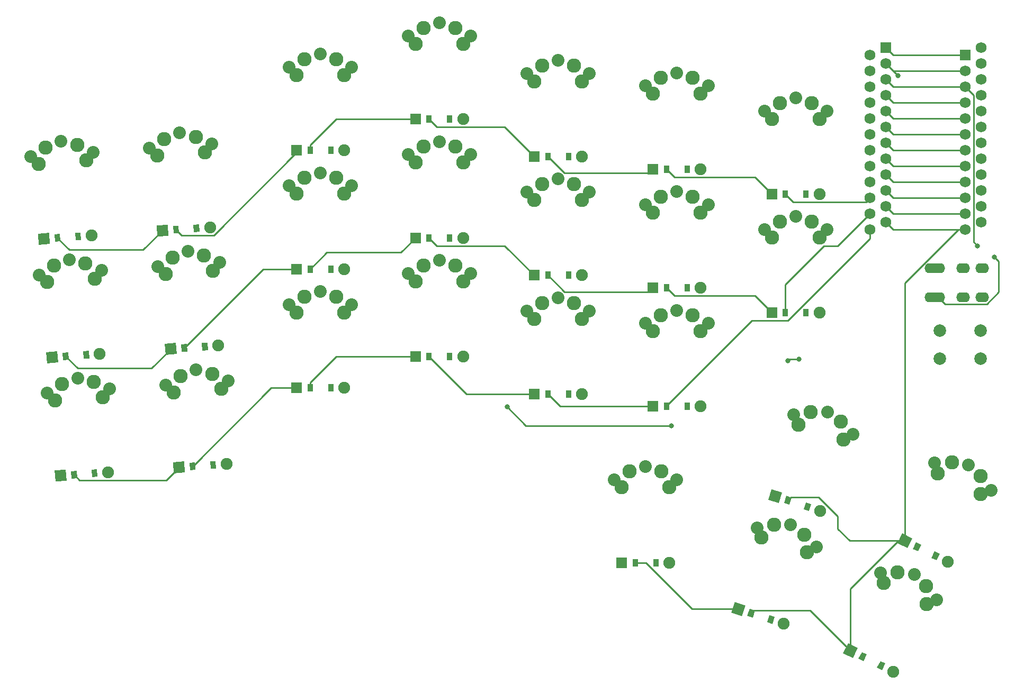
<source format=gbr>
%TF.GenerationSoftware,KiCad,Pcbnew,5.1.12-1.fc35*%
%TF.CreationDate,2022-03-13T18:33:39-07:00*%
%TF.ProjectId,jackalope_split,6a61636b-616c-46f7-9065-5f73706c6974,v1.0.0*%
%TF.SameCoordinates,Original*%
%TF.FileFunction,Copper,L2,Bot*%
%TF.FilePolarity,Positive*%
%FSLAX46Y46*%
G04 Gerber Fmt 4.6, Leading zero omitted, Abs format (unit mm)*
G04 Created by KiCad (PCBNEW 5.1.12-1.fc35) date 2022-03-13 18:33:39*
%MOMM*%
%LPD*%
G01*
G04 APERTURE LIST*
%TA.AperFunction,ComponentPad*%
%ADD10C,2.000000*%
%TD*%
%TA.AperFunction,ComponentPad*%
%ADD11C,2.286000*%
%TD*%
%TA.AperFunction,ComponentPad*%
%ADD12C,2.032000*%
%TD*%
%TA.AperFunction,SMDPad,CuDef*%
%ADD13C,0.100000*%
%TD*%
%TA.AperFunction,ComponentPad*%
%ADD14C,1.905000*%
%TD*%
%TA.AperFunction,ComponentPad*%
%ADD15C,0.100000*%
%TD*%
%TA.AperFunction,SMDPad,CuDef*%
%ADD16R,0.900000X1.200000*%
%TD*%
%TA.AperFunction,ComponentPad*%
%ADD17R,1.778000X1.778000*%
%TD*%
%TA.AperFunction,ComponentPad*%
%ADD18R,1.752600X1.752600*%
%TD*%
%TA.AperFunction,ComponentPad*%
%ADD19C,1.752600*%
%TD*%
%TA.AperFunction,ComponentPad*%
%ADD20O,2.200000X1.600000*%
%TD*%
%TA.AperFunction,ViaPad*%
%ADD21C,0.800000*%
%TD*%
%TA.AperFunction,Conductor*%
%ADD22C,0.250000*%
%TD*%
G04 APERTURE END LIST*
D10*
%TO.P,RESET,1*%
%TO.N,GND*%
X144000000Y13500000D03*
%TO.P,RESET,2*%
%TO.N,N/C*%
X144000000Y9000000D03*
%TO.P,RESET,1*%
%TO.N,RST*%
X137500000Y13500000D03*
%TO.P,RESET,2*%
%TO.N,N/C*%
X137500000Y9000000D03*
%TD*%
D11*
%TO.P,S1,1*%
%TO.N,outer_bottom*%
X2179450Y5244807D03*
%TO.P,S1,2*%
%TO.N,P1*%
X-3977900Y2268041D03*
%TO.P,S1,1*%
%TO.N,outer_bottom*%
X-2888176Y4890444D03*
%TO.P,S1,2*%
%TO.N,P1*%
X3623538Y2799585D03*
%TD*%
D12*
%TO.P,S2,1*%
%TO.N,outer_bottom*%
X4722746Y4139526D03*
%TO.P,S2,2*%
%TO.N,P1*%
X-411563Y5885628D03*
%TO.P,S2,1*%
%TO.N,outer_bottom*%
X-5252895Y3441961D03*
%TO.P,S2,2*%
%TO.N,P1*%
X-411563Y5885628D03*
%TD*%
%TA.AperFunction,SMDPad,CuDef*%
D13*
%TO.P,D1,2*%
%TO.N,outer_bottom*%
G36*
X1901618Y-9991690D02*
G01*
X1817910Y-8794613D01*
X2715718Y-8731832D01*
X2799426Y-9928909D01*
X1901618Y-9991690D01*
G37*
%TD.AperFunction*%
%TA.AperFunction,SMDPad,CuDef*%
%TO.P,D1,1*%
%TO.N,P9*%
G36*
X-1390344Y-10221886D02*
G01*
X-1474052Y-9024809D01*
X-576244Y-8962028D01*
X-492536Y-10159105D01*
X-1390344Y-10221886D01*
G37*
%TD.AperFunction*%
D14*
%TO.N,outer_bottom*%
X4463406Y-9211087D03*
%TA.AperFunction,ComponentPad*%
D15*
%TO.P,D1,2*%
%TO.N,P9*%
G36*
X-3962853Y-10691479D02*
G01*
X-4086880Y-8917810D01*
X-2313211Y-8793783D01*
X-2189184Y-10567452D01*
X-3962853Y-10691479D01*
G37*
%TD.AperFunction*%
%TD*%
D11*
%TO.P,S3,1*%
%TO.N,outer_home*%
X854077Y24198524D03*
%TO.P,S3,2*%
%TO.N,P1*%
X-5303273Y21221758D03*
%TO.P,S3,1*%
%TO.N,outer_home*%
X-4213549Y23844161D03*
%TO.P,S3,2*%
%TO.N,P1*%
X2298165Y21753302D03*
%TD*%
D12*
%TO.P,S4,1*%
%TO.N,outer_home*%
X3397373Y23093243D03*
%TO.P,S4,2*%
%TO.N,P1*%
X-1736936Y24839345D03*
%TO.P,S4,1*%
%TO.N,outer_home*%
X-6578268Y22395678D03*
%TO.P,S4,2*%
%TO.N,P1*%
X-1736936Y24839345D03*
%TD*%
%TA.AperFunction,SMDPad,CuDef*%
D13*
%TO.P,D2,2*%
%TO.N,outer_home*%
G36*
X576244Y8962028D02*
G01*
X492536Y10159105D01*
X1390344Y10221886D01*
X1474052Y9024809D01*
X576244Y8962028D01*
G37*
%TD.AperFunction*%
%TA.AperFunction,SMDPad,CuDef*%
%TO.P,D2,1*%
%TO.N,P8*%
G36*
X-2715718Y8731832D02*
G01*
X-2799426Y9928909D01*
X-1901618Y9991690D01*
X-1817910Y8794613D01*
X-2715718Y8731832D01*
G37*
%TD.AperFunction*%
D14*
%TO.N,outer_home*%
X3138032Y9742631D03*
%TA.AperFunction,ComponentPad*%
D15*
%TO.P,D2,2*%
%TO.N,P8*%
G36*
X-5288227Y8262239D02*
G01*
X-5412254Y10035908D01*
X-3638585Y10159935D01*
X-3514558Y8386266D01*
X-5288227Y8262239D01*
G37*
%TD.AperFunction*%
%TD*%
D11*
%TO.P,S5,1*%
%TO.N,outer_top*%
X-471296Y43152241D03*
%TO.P,S5,2*%
%TO.N,P1*%
X-6628646Y40175475D03*
%TO.P,S5,1*%
%TO.N,outer_top*%
X-5538922Y42797878D03*
%TO.P,S5,2*%
%TO.N,P1*%
X972792Y40707019D03*
%TD*%
D12*
%TO.P,S6,1*%
%TO.N,outer_top*%
X2072000Y42046960D03*
%TO.P,S6,2*%
%TO.N,P1*%
X-3062309Y43793062D03*
%TO.P,S6,1*%
%TO.N,outer_top*%
X-7903641Y41349395D03*
%TO.P,S6,2*%
%TO.N,P1*%
X-3062309Y43793062D03*
%TD*%
%TA.AperFunction,SMDPad,CuDef*%
D13*
%TO.P,D3,2*%
%TO.N,outer_top*%
G36*
X-749128Y27915744D02*
G01*
X-832836Y29112821D01*
X64972Y29175602D01*
X148680Y27978525D01*
X-749128Y27915744D01*
G37*
%TD.AperFunction*%
%TA.AperFunction,SMDPad,CuDef*%
%TO.P,D3,1*%
%TO.N,P7*%
G36*
X-4041090Y27685548D02*
G01*
X-4124798Y28882625D01*
X-3226990Y28945406D01*
X-3143282Y27748329D01*
X-4041090Y27685548D01*
G37*
%TD.AperFunction*%
D14*
%TO.N,outer_top*%
X1812660Y28696347D03*
%TA.AperFunction,ComponentPad*%
D15*
%TO.P,D3,2*%
%TO.N,P7*%
G36*
X-6613599Y27215955D02*
G01*
X-6737626Y28989624D01*
X-4963957Y29113651D01*
X-4839930Y27339982D01*
X-6613599Y27215955D01*
G37*
%TD.AperFunction*%
%TD*%
D11*
%TO.P,S7,1*%
%TO.N,pinky_bottom*%
X21133167Y6570180D03*
%TO.P,S7,2*%
%TO.N,P0*%
X14975817Y3593414D03*
%TO.P,S7,1*%
%TO.N,pinky_bottom*%
X16065541Y6215817D03*
%TO.P,S7,2*%
%TO.N,P0*%
X22577255Y4124958D03*
%TD*%
D12*
%TO.P,S8,1*%
%TO.N,pinky_bottom*%
X23676463Y5464899D03*
%TO.P,S8,2*%
%TO.N,P0*%
X18542154Y7211001D03*
%TO.P,S8,1*%
%TO.N,pinky_bottom*%
X13700822Y4767334D03*
%TO.P,S8,2*%
%TO.N,P0*%
X18542154Y7211001D03*
%TD*%
%TA.AperFunction,SMDPad,CuDef*%
D13*
%TO.P,D4,2*%
%TO.N,pinky_bottom*%
G36*
X20855335Y-8666317D02*
G01*
X20771627Y-7469240D01*
X21669435Y-7406459D01*
X21753143Y-8603536D01*
X20855335Y-8666317D01*
G37*
%TD.AperFunction*%
%TA.AperFunction,SMDPad,CuDef*%
%TO.P,D4,1*%
%TO.N,P9*%
G36*
X17563373Y-8896513D02*
G01*
X17479665Y-7699436D01*
X18377473Y-7636655D01*
X18461181Y-8833732D01*
X17563373Y-8896513D01*
G37*
%TD.AperFunction*%
D14*
%TO.N,pinky_bottom*%
X23417123Y-7885714D03*
%TA.AperFunction,ComponentPad*%
D15*
%TO.P,D4,2*%
%TO.N,P9*%
G36*
X14990864Y-9366106D02*
G01*
X14866837Y-7592437D01*
X16640506Y-7468410D01*
X16764533Y-9242079D01*
X14990864Y-9366106D01*
G37*
%TD.AperFunction*%
%TD*%
D11*
%TO.P,S9,1*%
%TO.N,pinky_home*%
X19807794Y25523897D03*
%TO.P,S9,2*%
%TO.N,P0*%
X13650444Y22547131D03*
%TO.P,S9,1*%
%TO.N,pinky_home*%
X14740168Y25169534D03*
%TO.P,S9,2*%
%TO.N,P0*%
X21251882Y23078675D03*
%TD*%
D12*
%TO.P,S10,1*%
%TO.N,pinky_home*%
X22351090Y24418616D03*
%TO.P,S10,2*%
%TO.N,P0*%
X17216781Y26164718D03*
%TO.P,S10,1*%
%TO.N,pinky_home*%
X12375449Y23721051D03*
%TO.P,S10,2*%
%TO.N,P0*%
X17216781Y26164718D03*
%TD*%
%TA.AperFunction,SMDPad,CuDef*%
D13*
%TO.P,D5,2*%
%TO.N,pinky_home*%
G36*
X19529961Y10287401D02*
G01*
X19446253Y11484478D01*
X20344061Y11547259D01*
X20427769Y10350182D01*
X19529961Y10287401D01*
G37*
%TD.AperFunction*%
%TA.AperFunction,SMDPad,CuDef*%
%TO.P,D5,1*%
%TO.N,P8*%
G36*
X16237999Y10057205D02*
G01*
X16154291Y11254282D01*
X17052099Y11317063D01*
X17135807Y10119986D01*
X16237999Y10057205D01*
G37*
%TD.AperFunction*%
D14*
%TO.N,pinky_home*%
X22091749Y11068004D03*
%TA.AperFunction,ComponentPad*%
D15*
%TO.P,D5,2*%
%TO.N,P8*%
G36*
X13665490Y9587612D02*
G01*
X13541463Y11361281D01*
X15315132Y11485308D01*
X15439159Y9711639D01*
X13665490Y9587612D01*
G37*
%TD.AperFunction*%
%TD*%
D11*
%TO.P,S11,1*%
%TO.N,pinky_top*%
X18482421Y44477614D03*
%TO.P,S11,2*%
%TO.N,P0*%
X12325071Y41500848D03*
%TO.P,S11,1*%
%TO.N,pinky_top*%
X13414795Y44123251D03*
%TO.P,S11,2*%
%TO.N,P0*%
X19926509Y42032392D03*
%TD*%
D12*
%TO.P,S12,1*%
%TO.N,pinky_top*%
X21025717Y43372333D03*
%TO.P,S12,2*%
%TO.N,P0*%
X15891408Y45118435D03*
%TO.P,S12,1*%
%TO.N,pinky_top*%
X11050076Y42674768D03*
%TO.P,S12,2*%
%TO.N,P0*%
X15891408Y45118435D03*
%TD*%
%TA.AperFunction,SMDPad,CuDef*%
D13*
%TO.P,D6,2*%
%TO.N,pinky_top*%
G36*
X18204588Y29241117D02*
G01*
X18120880Y30438194D01*
X19018688Y30500975D01*
X19102396Y29303898D01*
X18204588Y29241117D01*
G37*
%TD.AperFunction*%
%TA.AperFunction,SMDPad,CuDef*%
%TO.P,D6,1*%
%TO.N,P7*%
G36*
X14912626Y29010921D02*
G01*
X14828918Y30207998D01*
X15726726Y30270779D01*
X15810434Y29073702D01*
X14912626Y29010921D01*
G37*
%TD.AperFunction*%
D14*
%TO.N,pinky_top*%
X20766376Y30021720D03*
%TA.AperFunction,ComponentPad*%
D15*
%TO.P,D6,2*%
%TO.N,P7*%
G36*
X12340117Y28541328D02*
G01*
X12216090Y30314997D01*
X13989759Y30439024D01*
X14113786Y28665355D01*
X12340117Y28541328D01*
G37*
%TD.AperFunction*%
%TD*%
D11*
%TO.P,S13,1*%
%TO.N,ring_bottom*%
X40964961Y18910720D03*
%TO.P,S13,2*%
%TO.N,P2*%
X34614961Y16370720D03*
%TO.P,S13,1*%
%TO.N,ring_bottom*%
X35884961Y18910720D03*
%TO.P,S13,2*%
%TO.N,P2*%
X42234961Y16370720D03*
%TD*%
D12*
%TO.P,S14,1*%
%TO.N,ring_bottom*%
X43424961Y17630720D03*
%TO.P,S14,2*%
%TO.N,P2*%
X38424961Y19730720D03*
%TO.P,S14,1*%
%TO.N,ring_bottom*%
X33424961Y17630720D03*
%TO.P,S14,2*%
%TO.N,P2*%
X38424961Y19730720D03*
%TD*%
D16*
%TO.P,D7,2*%
%TO.N,ring_bottom*%
X40074961Y4330720D03*
%TO.P,D7,1*%
%TO.N,P9*%
X36774961Y4330720D03*
D14*
%TO.N,ring_bottom*%
X42234961Y4330720D03*
D17*
%TO.P,D7,2*%
%TO.N,P9*%
X34614961Y4330720D03*
%TD*%
D11*
%TO.P,S15,1*%
%TO.N,ring_home*%
X40964961Y37910720D03*
%TO.P,S15,2*%
%TO.N,P2*%
X34614961Y35370720D03*
%TO.P,S15,1*%
%TO.N,ring_home*%
X35884961Y37910720D03*
%TO.P,S15,2*%
%TO.N,P2*%
X42234961Y35370720D03*
%TD*%
D12*
%TO.P,S16,1*%
%TO.N,ring_home*%
X43424961Y36630720D03*
%TO.P,S16,2*%
%TO.N,P2*%
X38424961Y38730720D03*
%TO.P,S16,1*%
%TO.N,ring_home*%
X33424961Y36630720D03*
%TO.P,S16,2*%
%TO.N,P2*%
X38424961Y38730720D03*
%TD*%
D16*
%TO.P,D8,2*%
%TO.N,ring_home*%
X40074961Y23330720D03*
%TO.P,D8,1*%
%TO.N,P8*%
X36774961Y23330720D03*
D14*
%TO.N,ring_home*%
X42234961Y23330720D03*
D17*
%TO.P,D8,2*%
%TO.N,P8*%
X34614961Y23330720D03*
%TD*%
D11*
%TO.P,S17,1*%
%TO.N,ring_top*%
X40964961Y56910720D03*
%TO.P,S17,2*%
%TO.N,P2*%
X34614961Y54370720D03*
%TO.P,S17,1*%
%TO.N,ring_top*%
X35884961Y56910720D03*
%TO.P,S17,2*%
%TO.N,P2*%
X42234961Y54370720D03*
%TD*%
D12*
%TO.P,S18,1*%
%TO.N,ring_top*%
X43424961Y55630720D03*
%TO.P,S18,2*%
%TO.N,P2*%
X38424961Y57730720D03*
%TO.P,S18,1*%
%TO.N,ring_top*%
X33424961Y55630720D03*
%TO.P,S18,2*%
%TO.N,P2*%
X38424961Y57730720D03*
%TD*%
D16*
%TO.P,D9,2*%
%TO.N,ring_top*%
X40074961Y42330720D03*
%TO.P,D9,1*%
%TO.N,P7*%
X36774961Y42330720D03*
D14*
%TO.N,ring_top*%
X42234961Y42330720D03*
D17*
%TO.P,D9,2*%
%TO.N,P7*%
X34614961Y42330720D03*
%TD*%
D11*
%TO.P,S19,1*%
%TO.N,middle_bottom*%
X59964961Y23910720D03*
%TO.P,S19,2*%
%TO.N,P3*%
X53614961Y21370720D03*
%TO.P,S19,1*%
%TO.N,middle_bottom*%
X54884961Y23910720D03*
%TO.P,S19,2*%
%TO.N,P3*%
X61234961Y21370720D03*
%TD*%
D12*
%TO.P,S20,1*%
%TO.N,middle_bottom*%
X62424961Y22630720D03*
%TO.P,S20,2*%
%TO.N,P3*%
X57424961Y24730720D03*
%TO.P,S20,1*%
%TO.N,middle_bottom*%
X52424961Y22630720D03*
%TO.P,S20,2*%
%TO.N,P3*%
X57424961Y24730720D03*
%TD*%
D16*
%TO.P,D10,2*%
%TO.N,middle_bottom*%
X59074961Y9330720D03*
%TO.P,D10,1*%
%TO.N,P9*%
X55774961Y9330720D03*
D14*
%TO.N,middle_bottom*%
X61234961Y9330720D03*
D17*
%TO.P,D10,2*%
%TO.N,P9*%
X53614961Y9330720D03*
%TD*%
D11*
%TO.P,S21,1*%
%TO.N,middle_home*%
X59964961Y42910720D03*
%TO.P,S21,2*%
%TO.N,P3*%
X53614961Y40370720D03*
%TO.P,S21,1*%
%TO.N,middle_home*%
X54884961Y42910720D03*
%TO.P,S21,2*%
%TO.N,P3*%
X61234961Y40370720D03*
%TD*%
D12*
%TO.P,S22,1*%
%TO.N,middle_home*%
X62424961Y41630720D03*
%TO.P,S22,2*%
%TO.N,P3*%
X57424961Y43730720D03*
%TO.P,S22,1*%
%TO.N,middle_home*%
X52424961Y41630720D03*
%TO.P,S22,2*%
%TO.N,P3*%
X57424961Y43730720D03*
%TD*%
D16*
%TO.P,D11,2*%
%TO.N,middle_home*%
X59074961Y28330720D03*
%TO.P,D11,1*%
%TO.N,P8*%
X55774961Y28330720D03*
D14*
%TO.N,middle_home*%
X61234961Y28330720D03*
D17*
%TO.P,D11,2*%
%TO.N,P8*%
X53614961Y28330720D03*
%TD*%
D11*
%TO.P,S23,1*%
%TO.N,middle_top*%
X59964961Y61910720D03*
%TO.P,S23,2*%
%TO.N,P3*%
X53614961Y59370720D03*
%TO.P,S23,1*%
%TO.N,middle_top*%
X54884961Y61910720D03*
%TO.P,S23,2*%
%TO.N,P3*%
X61234961Y59370720D03*
%TD*%
D12*
%TO.P,S24,1*%
%TO.N,middle_top*%
X62424961Y60630720D03*
%TO.P,S24,2*%
%TO.N,P3*%
X57424961Y62730720D03*
%TO.P,S24,1*%
%TO.N,middle_top*%
X52424961Y60630720D03*
%TO.P,S24,2*%
%TO.N,P3*%
X57424961Y62730720D03*
%TD*%
D16*
%TO.P,D12,2*%
%TO.N,middle_top*%
X59074961Y47330720D03*
%TO.P,D12,1*%
%TO.N,P7*%
X55774961Y47330720D03*
D14*
%TO.N,middle_top*%
X61234961Y47330720D03*
D17*
%TO.P,D12,2*%
%TO.N,P7*%
X53614961Y47330720D03*
%TD*%
D11*
%TO.P,S25,1*%
%TO.N,index_bottom*%
X78964961Y17910720D03*
%TO.P,S25,2*%
%TO.N,P4*%
X72614961Y15370720D03*
%TO.P,S25,1*%
%TO.N,index_bottom*%
X73884961Y17910720D03*
%TO.P,S25,2*%
%TO.N,P4*%
X80234961Y15370720D03*
%TD*%
D12*
%TO.P,S26,1*%
%TO.N,index_bottom*%
X81424961Y16630720D03*
%TO.P,S26,2*%
%TO.N,P4*%
X76424961Y18730720D03*
%TO.P,S26,1*%
%TO.N,index_bottom*%
X71424961Y16630720D03*
%TO.P,S26,2*%
%TO.N,P4*%
X76424961Y18730720D03*
%TD*%
D16*
%TO.P,D13,2*%
%TO.N,index_bottom*%
X78074961Y3330720D03*
%TO.P,D13,1*%
%TO.N,P9*%
X74774961Y3330720D03*
D14*
%TO.N,index_bottom*%
X80234961Y3330720D03*
D17*
%TO.P,D13,2*%
%TO.N,P9*%
X72614961Y3330720D03*
%TD*%
D11*
%TO.P,S27,1*%
%TO.N,index_home*%
X78964961Y36910720D03*
%TO.P,S27,2*%
%TO.N,P4*%
X72614961Y34370720D03*
%TO.P,S27,1*%
%TO.N,index_home*%
X73884961Y36910720D03*
%TO.P,S27,2*%
%TO.N,P4*%
X80234961Y34370720D03*
%TD*%
D12*
%TO.P,S28,1*%
%TO.N,index_home*%
X81424961Y35630720D03*
%TO.P,S28,2*%
%TO.N,P4*%
X76424961Y37730720D03*
%TO.P,S28,1*%
%TO.N,index_home*%
X71424961Y35630720D03*
%TO.P,S28,2*%
%TO.N,P4*%
X76424961Y37730720D03*
%TD*%
D16*
%TO.P,D14,2*%
%TO.N,index_home*%
X78074961Y22330720D03*
%TO.P,D14,1*%
%TO.N,P8*%
X74774961Y22330720D03*
D14*
%TO.N,index_home*%
X80234961Y22330720D03*
D17*
%TO.P,D14,2*%
%TO.N,P8*%
X72614961Y22330720D03*
%TD*%
D11*
%TO.P,S29,1*%
%TO.N,index_top*%
X78964961Y55910720D03*
%TO.P,S29,2*%
%TO.N,P4*%
X72614961Y53370720D03*
%TO.P,S29,1*%
%TO.N,index_top*%
X73884961Y55910720D03*
%TO.P,S29,2*%
%TO.N,P4*%
X80234961Y53370720D03*
%TD*%
D12*
%TO.P,S30,1*%
%TO.N,index_top*%
X81424961Y54630720D03*
%TO.P,S30,2*%
%TO.N,P4*%
X76424961Y56730720D03*
%TO.P,S30,1*%
%TO.N,index_top*%
X71424961Y54630720D03*
%TO.P,S30,2*%
%TO.N,P4*%
X76424961Y56730720D03*
%TD*%
D16*
%TO.P,D15,2*%
%TO.N,index_top*%
X78074961Y41330720D03*
%TO.P,D15,1*%
%TO.N,P7*%
X74774961Y41330720D03*
D14*
%TO.N,index_top*%
X80234961Y41330720D03*
D17*
%TO.P,D15,2*%
%TO.N,P7*%
X72614961Y41330720D03*
%TD*%
D11*
%TO.P,S31,1*%
%TO.N,inner_bottom*%
X97964961Y15910720D03*
%TO.P,S31,2*%
%TO.N,P5*%
X91614961Y13370720D03*
%TO.P,S31,1*%
%TO.N,inner_bottom*%
X92884961Y15910720D03*
%TO.P,S31,2*%
%TO.N,P5*%
X99234961Y13370720D03*
%TD*%
D12*
%TO.P,S32,1*%
%TO.N,inner_bottom*%
X100424961Y14630720D03*
%TO.P,S32,2*%
%TO.N,P5*%
X95424961Y16730720D03*
%TO.P,S32,1*%
%TO.N,inner_bottom*%
X90424961Y14630720D03*
%TO.P,S32,2*%
%TO.N,P5*%
X95424961Y16730720D03*
%TD*%
D16*
%TO.P,D16,2*%
%TO.N,inner_bottom*%
X97074961Y1330720D03*
%TO.P,D16,1*%
%TO.N,P9*%
X93774961Y1330720D03*
D14*
%TO.N,inner_bottom*%
X99234961Y1330720D03*
D17*
%TO.P,D16,2*%
%TO.N,P9*%
X91614961Y1330720D03*
%TD*%
D11*
%TO.P,S33,1*%
%TO.N,inner_home*%
X97964961Y34910720D03*
%TO.P,S33,2*%
%TO.N,P5*%
X91614961Y32370720D03*
%TO.P,S33,1*%
%TO.N,inner_home*%
X92884961Y34910720D03*
%TO.P,S33,2*%
%TO.N,P5*%
X99234961Y32370720D03*
%TD*%
D12*
%TO.P,S34,1*%
%TO.N,inner_home*%
X100424961Y33630720D03*
%TO.P,S34,2*%
%TO.N,P5*%
X95424961Y35730720D03*
%TO.P,S34,1*%
%TO.N,inner_home*%
X90424961Y33630720D03*
%TO.P,S34,2*%
%TO.N,P5*%
X95424961Y35730720D03*
%TD*%
D16*
%TO.P,D17,2*%
%TO.N,inner_home*%
X97074961Y20330720D03*
%TO.P,D17,1*%
%TO.N,P8*%
X93774961Y20330720D03*
D14*
%TO.N,inner_home*%
X99234961Y20330720D03*
D17*
%TO.P,D17,2*%
%TO.N,P8*%
X91614961Y20330720D03*
%TD*%
D11*
%TO.P,S35,1*%
%TO.N,inner_top*%
X97964961Y53910720D03*
%TO.P,S35,2*%
%TO.N,P5*%
X91614961Y51370720D03*
%TO.P,S35,1*%
%TO.N,inner_top*%
X92884961Y53910720D03*
%TO.P,S35,2*%
%TO.N,P5*%
X99234961Y51370720D03*
%TD*%
D12*
%TO.P,S36,1*%
%TO.N,inner_top*%
X100424961Y52630720D03*
%TO.P,S36,2*%
%TO.N,P5*%
X95424961Y54730720D03*
%TO.P,S36,1*%
%TO.N,inner_top*%
X90424961Y52630720D03*
%TO.P,S36,2*%
%TO.N,P5*%
X95424961Y54730720D03*
%TD*%
D16*
%TO.P,D18,2*%
%TO.N,inner_top*%
X97074961Y39330720D03*
%TO.P,D18,1*%
%TO.N,P7*%
X93774961Y39330720D03*
D14*
%TO.N,inner_top*%
X99234961Y39330720D03*
D17*
%TO.P,D18,2*%
%TO.N,P7*%
X91614961Y39330720D03*
%TD*%
D11*
%TO.P,S37,1*%
%TO.N,macro_home*%
X116964961Y30910720D03*
%TO.P,S37,2*%
%TO.N,P6*%
X110614961Y28370720D03*
%TO.P,S37,1*%
%TO.N,macro_home*%
X111884961Y30910720D03*
%TO.P,S37,2*%
%TO.N,P6*%
X118234961Y28370720D03*
%TD*%
D12*
%TO.P,S38,1*%
%TO.N,macro_home*%
X119424961Y29630720D03*
%TO.P,S38,2*%
%TO.N,P6*%
X114424961Y31730720D03*
%TO.P,S38,1*%
%TO.N,macro_home*%
X109424961Y29630720D03*
%TO.P,S38,2*%
%TO.N,P6*%
X114424961Y31730720D03*
%TD*%
D16*
%TO.P,D19,2*%
%TO.N,macro_home*%
X116074961Y16330720D03*
%TO.P,D19,1*%
%TO.N,P8*%
X112774961Y16330720D03*
D14*
%TO.N,macro_home*%
X118234961Y16330720D03*
D17*
%TO.P,D19,2*%
%TO.N,P8*%
X110614961Y16330720D03*
%TD*%
D11*
%TO.P,S39,1*%
%TO.N,macro_top*%
X116964961Y49910720D03*
%TO.P,S39,2*%
%TO.N,P6*%
X110614961Y47370720D03*
%TO.P,S39,1*%
%TO.N,macro_top*%
X111884961Y49910720D03*
%TO.P,S39,2*%
%TO.N,P6*%
X118234961Y47370720D03*
%TD*%
D12*
%TO.P,S40,1*%
%TO.N,macro_top*%
X119424961Y48630720D03*
%TO.P,S40,2*%
%TO.N,P6*%
X114424961Y50730720D03*
%TO.P,S40,1*%
%TO.N,macro_top*%
X109424961Y48630720D03*
%TO.P,S40,2*%
%TO.N,P6*%
X114424961Y50730720D03*
%TD*%
D16*
%TO.P,D20,2*%
%TO.N,macro_top*%
X116074961Y35330720D03*
%TO.P,D20,1*%
%TO.N,P7*%
X112774961Y35330720D03*
D14*
%TO.N,macro_top*%
X118234961Y35330720D03*
D17*
%TO.P,D20,2*%
%TO.N,P7*%
X110614961Y35330720D03*
%TD*%
D11*
%TO.P,S41,1*%
%TO.N,inner_upper*%
X92964961Y-9089280D03*
%TO.P,S41,2*%
%TO.N,P2*%
X86614961Y-11629280D03*
%TO.P,S41,1*%
%TO.N,inner_upper*%
X87884961Y-9089280D03*
%TO.P,S41,2*%
%TO.N,P2*%
X94234961Y-11629280D03*
%TD*%
D12*
%TO.P,S42,1*%
%TO.N,inner_upper*%
X95424961Y-10369280D03*
%TO.P,S42,2*%
%TO.N,P2*%
X90424961Y-8269280D03*
%TO.P,S42,1*%
%TO.N,inner_upper*%
X85424961Y-10369280D03*
%TO.P,S42,2*%
%TO.N,P2*%
X90424961Y-8269280D03*
%TD*%
D16*
%TO.P,D21,2*%
%TO.N,inner_upper*%
X92074961Y-23669280D03*
%TO.P,D21,1*%
%TO.N,P10*%
X88774961Y-23669280D03*
D14*
%TO.N,inner_upper*%
X94234961Y-23669280D03*
D17*
%TO.P,D21,2*%
%TO.N,P10*%
X86614961Y-23669280D03*
%TD*%
D11*
%TO.P,S43,1*%
%TO.N,home_upper*%
X121660451Y-1122816D03*
%TO.P,S43,2*%
%TO.N,P3*%
X114836339Y-1576242D03*
%TO.P,S43,1*%
%TO.N,home_upper*%
X116829084Y446990D03*
%TO.P,S43,2*%
%TO.N,P3*%
X122083389Y-3930951D03*
%TD*%
D12*
%TO.P,S44,1*%
%TO.N,home_upper*%
X123604508Y-3100350D03*
%TO.P,S44,2*%
%TO.N,P3*%
X119498161Y441953D03*
%TO.P,S44,1*%
%TO.N,home_upper*%
X114093943Y-10180D03*
%TO.P,S44,2*%
%TO.N,P3*%
X119498161Y441953D03*
%TD*%
%TA.AperFunction,SMDPad,CuDef*%
D13*
%TO.P,D22,2*%
%TO.N,home_upper*%
G36*
X115695156Y-15145771D02*
G01*
X116065977Y-14004503D01*
X116921928Y-14282619D01*
X116551107Y-15423887D01*
X115695156Y-15145771D01*
G37*
%TD.AperFunction*%
%TA.AperFunction,SMDPad,CuDef*%
%TO.P,D22,1*%
%TO.N,P10*%
G36*
X112556670Y-14126015D02*
G01*
X112927491Y-12984747D01*
X113783442Y-13262863D01*
X113412621Y-14404131D01*
X112556670Y-14126015D01*
G37*
%TD.AperFunction*%
D14*
%TO.N,home_upper*%
X118362824Y-15381672D03*
%TA.AperFunction,ComponentPad*%
D15*
%TO.P,D22,2*%
%TO.N,P10*%
G36*
X109995569Y-13597735D02*
G01*
X110545001Y-11906757D01*
X112235979Y-12456189D01*
X111686547Y-14147167D01*
X109995569Y-13597735D01*
G37*
%TD.AperFunction*%
%TD*%
D11*
%TO.P,S45,1*%
%TO.N,outer_upper*%
X143987870Y-9852571D03*
%TO.P,S45,2*%
%TO.N,P5*%
X137167065Y-9351851D03*
%TO.P,S45,1*%
%TO.N,outer_upper*%
X139421997Y-7625646D03*
%TO.P,S45,2*%
%TO.N,P5*%
X144015876Y-12692239D03*
%TD*%
D12*
%TO.P,S46,1*%
%TO.N,outer_upper*%
X145637789Y-12081420D03*
%TO.P,S46,2*%
%TO.N,P5*%
X142064398Y-8002097D03*
%TO.P,S46,1*%
%TO.N,outer_upper*%
X136649848Y-7697709D03*
%TO.P,S46,2*%
%TO.N,P5*%
X142064398Y-8002097D03*
%TD*%
%TA.AperFunction,SMDPad,CuDef*%
D13*
%TO.P,D23,2*%
%TO.N,outer_upper*%
G36*
X136129012Y-22908846D02*
G01*
X136655057Y-21830294D01*
X137463972Y-22224828D01*
X136937927Y-23303380D01*
X136129012Y-22908846D01*
G37*
%TD.AperFunction*%
%TA.AperFunction,SMDPad,CuDef*%
%TO.P,D23,1*%
%TO.N,P10*%
G36*
X133162992Y-21462222D02*
G01*
X133689037Y-20383670D01*
X134497952Y-20778204D01*
X133971907Y-21856756D01*
X133162992Y-21462222D01*
G37*
%TD.AperFunction*%
D14*
%TO.N,outer_upper*%
X138737887Y-23513719D03*
%TA.AperFunction,ComponentPad*%
D15*
%TO.P,D23,2*%
%TO.N,P10*%
G36*
X130700337Y-20582647D02*
G01*
X131479761Y-18984591D01*
X133077817Y-19764015D01*
X132298393Y-21362071D01*
X130700337Y-20582647D01*
G37*
%TD.AperFunction*%
%TD*%
D11*
%TO.P,S47,1*%
%TO.N,home_lower*%
X115789128Y-19192890D03*
%TO.P,S47,2*%
%TO.N,P4*%
X108965016Y-19646316D03*
%TO.P,S47,1*%
%TO.N,home_lower*%
X110957761Y-17623084D03*
%TO.P,S47,2*%
%TO.N,P4*%
X116212066Y-22001025D03*
%TD*%
D12*
%TO.P,S48,1*%
%TO.N,home_lower*%
X117733185Y-21170424D03*
%TO.P,S48,2*%
%TO.N,P4*%
X113626838Y-17628121D03*
%TO.P,S48,1*%
%TO.N,home_lower*%
X108222620Y-18080254D03*
%TO.P,S48,2*%
%TO.N,P4*%
X113626838Y-17628121D03*
%TD*%
%TA.AperFunction,SMDPad,CuDef*%
D13*
%TO.P,D24,2*%
%TO.N,home_lower*%
G36*
X109823833Y-33215845D02*
G01*
X110194654Y-32074577D01*
X111050605Y-32352693D01*
X110679784Y-33493961D01*
X109823833Y-33215845D01*
G37*
%TD.AperFunction*%
%TA.AperFunction,SMDPad,CuDef*%
%TO.P,D24,1*%
%TO.N,P10*%
G36*
X106685347Y-32196089D02*
G01*
X107056168Y-31054821D01*
X107912119Y-31332937D01*
X107541298Y-32474205D01*
X106685347Y-32196089D01*
G37*
%TD.AperFunction*%
D14*
%TO.N,home_lower*%
X112491501Y-33451746D03*
%TA.AperFunction,ComponentPad*%
D15*
%TO.P,D24,2*%
%TO.N,P10*%
G36*
X104124246Y-31667809D02*
G01*
X104673678Y-29976831D01*
X106364656Y-30526263D01*
X105815224Y-32217241D01*
X104124246Y-31667809D01*
G37*
%TD.AperFunction*%
%TD*%
D11*
%TO.P,S49,1*%
%TO.N,outer_lower*%
X135289032Y-27434747D03*
%TO.P,S49,2*%
%TO.N,P6*%
X128468227Y-26934027D03*
%TO.P,S49,1*%
%TO.N,outer_lower*%
X130723159Y-25207822D03*
%TO.P,S49,2*%
%TO.N,P6*%
X135317038Y-30274415D03*
%TD*%
D12*
%TO.P,S50,1*%
%TO.N,outer_lower*%
X136938951Y-29663596D03*
%TO.P,S50,2*%
%TO.N,P6*%
X133365560Y-25584273D03*
%TO.P,S50,1*%
%TO.N,outer_lower*%
X127951010Y-25279885D03*
%TO.P,S50,2*%
%TO.N,P6*%
X133365560Y-25584273D03*
%TD*%
%TA.AperFunction,SMDPad,CuDef*%
D13*
%TO.P,D25,2*%
%TO.N,outer_lower*%
G36*
X127430174Y-40491022D02*
G01*
X127956219Y-39412470D01*
X128765134Y-39807004D01*
X128239089Y-40885556D01*
X127430174Y-40491022D01*
G37*
%TD.AperFunction*%
%TA.AperFunction,SMDPad,CuDef*%
%TO.P,D25,1*%
%TO.N,P10*%
G36*
X124464154Y-39044398D02*
G01*
X124990199Y-37965846D01*
X125799114Y-38360380D01*
X125273069Y-39438932D01*
X124464154Y-39044398D01*
G37*
%TD.AperFunction*%
D14*
%TO.N,outer_lower*%
X130039049Y-41095895D03*
%TA.AperFunction,ComponentPad*%
D15*
%TO.P,D25,2*%
%TO.N,P10*%
G36*
X122001499Y-38164823D02*
G01*
X122780923Y-36566767D01*
X124378979Y-37346191D01*
X123599555Y-38944247D01*
X122001499Y-38164823D01*
G37*
%TD.AperFunction*%
%TD*%
D18*
%TO.P,MCU1,1*%
%TO.N,RAW*%
X141544961Y57550720D03*
D19*
%TO.P,MCU1,2*%
%TO.N,GND*%
X141544961Y55010720D03*
%TO.P,MCU1,3*%
%TO.N,RST*%
X141544961Y52470720D03*
%TO.P,MCU1,4*%
%TO.N,VCC*%
X141544961Y49930720D03*
%TO.P,MCU1,5*%
%TO.N,P21*%
X141544961Y47390720D03*
%TO.P,MCU1,6*%
%TO.N,P20*%
X141544961Y44850720D03*
%TO.P,MCU1,7*%
%TO.N,P19*%
X141544961Y42310720D03*
%TO.P,MCU1,8*%
%TO.N,P18*%
X141544961Y39770720D03*
%TO.P,MCU1,9*%
%TO.N,P15*%
X141544961Y37230720D03*
%TO.P,MCU1,10*%
%TO.N,P14*%
X141544961Y34690720D03*
%TO.P,MCU1,11*%
%TO.N,P16*%
X141544961Y32150720D03*
%TO.P,MCU1,12*%
%TO.N,P10*%
X141544961Y29610720D03*
%TO.P,MCU1,13*%
%TO.N,P1*%
X126304961Y57550720D03*
%TO.P,MCU1,14*%
%TO.N,P0*%
X126304961Y55010720D03*
%TO.P,MCU1,15*%
%TO.N,GND*%
X126304961Y52470720D03*
%TO.P,MCU1,16*%
X126304961Y49930720D03*
%TO.P,MCU1,17*%
%TO.N,P2*%
X126304961Y47390720D03*
%TO.P,MCU1,18*%
%TO.N,P3*%
X126304961Y44850720D03*
%TO.P,MCU1,19*%
%TO.N,P4*%
X126304961Y42310720D03*
%TO.P,MCU1,20*%
%TO.N,P5*%
X126304961Y39770720D03*
%TO.P,MCU1,21*%
%TO.N,P6*%
X126304961Y37230720D03*
%TO.P,MCU1,22*%
%TO.N,P7*%
X126304961Y34690720D03*
%TO.P,MCU1,23*%
%TO.N,P8*%
X126304961Y32150720D03*
%TO.P,MCU1,24*%
%TO.N,P9*%
X126304961Y29610720D03*
%TD*%
D18*
%TO.P,MCU2,1*%
%TO.N,RAW*%
X128804961Y58800720D03*
D19*
%TO.P,MCU2,2*%
%TO.N,GND*%
X128804961Y56260720D03*
%TO.P,MCU2,3*%
%TO.N,RST*%
X128804961Y53720720D03*
%TO.P,MCU2,4*%
%TO.N,VCC*%
X128804961Y51180720D03*
%TO.P,MCU2,5*%
%TO.N,P21*%
X128804961Y48640720D03*
%TO.P,MCU2,6*%
%TO.N,P20*%
X128804961Y46100720D03*
%TO.P,MCU2,7*%
%TO.N,P19*%
X128804961Y43560720D03*
%TO.P,MCU2,8*%
%TO.N,P18*%
X128804961Y41020720D03*
%TO.P,MCU2,9*%
%TO.N,P15*%
X128804961Y38480720D03*
%TO.P,MCU2,10*%
%TO.N,P14*%
X128804961Y35940720D03*
%TO.P,MCU2,11*%
%TO.N,P16*%
X128804961Y33400720D03*
%TO.P,MCU2,12*%
%TO.N,P10*%
X128804961Y30860720D03*
%TO.P,MCU2,13*%
%TO.N,P1*%
X144044961Y58800720D03*
%TO.P,MCU2,14*%
%TO.N,P0*%
X144044961Y56260720D03*
%TO.P,MCU2,15*%
%TO.N,GND*%
X144044961Y53720720D03*
%TO.P,MCU2,16*%
X144044961Y51180720D03*
%TO.P,MCU2,17*%
%TO.N,P2*%
X144044961Y48640720D03*
%TO.P,MCU2,18*%
%TO.N,P3*%
X144044961Y46100720D03*
%TO.P,MCU2,19*%
%TO.N,P4*%
X144044961Y43560720D03*
%TO.P,MCU2,20*%
%TO.N,P5*%
X144044961Y41020720D03*
%TO.P,MCU2,21*%
%TO.N,P6*%
X144044961Y38480720D03*
%TO.P,MCU2,22*%
%TO.N,P7*%
X144044961Y35940720D03*
%TO.P,MCU2,23*%
%TO.N,P8*%
X144044961Y33400720D03*
%TO.P,MCU2,24*%
%TO.N,P9*%
X144044961Y30860720D03*
%TD*%
D20*
%TO.P,REF\u002A\u002A,1*%
%TO.N,VCC*%
X136124961Y18830720D03*
%TO.P,REF\u002A\u002A,2*%
X137224961Y23430720D03*
%TO.P,REF\u002A\u002A,3*%
%TO.N,GND*%
X141224961Y23430720D03*
%TO.P,REF\u002A\u002A,4*%
%TO.N,P21*%
X144224961Y23430720D03*
%TO.P,REF\u002A\u002A,1*%
%TO.N,VCC*%
X136124961Y23430720D03*
%TO.P,REF\u002A\u002A,2*%
X137224961Y18830720D03*
%TO.P,REF\u002A\u002A,3*%
%TO.N,GND*%
X141224961Y18830720D03*
%TO.P,REF\u002A\u002A,4*%
%TO.N,P21*%
X144224961Y18830720D03*
%TD*%
D21*
%TO.N,P3*%
X94500000Y-1750000D03*
X68250000Y1250000D03*
%TO.N,P5*%
X114907898Y8907898D03*
X113132593Y8632593D03*
%TO.N,GND*%
X130750000Y54250000D03*
%TO.N,RST*%
X143500000Y27000000D03*
%TO.N,VCC*%
X146174962Y25250000D03*
%TD*%
D22*
%TO.N,P9*%
X13744355Y-10488588D02*
X15815685Y-8417258D01*
X-86663Y-10488588D02*
X13744355Y-10488588D01*
X-983294Y-9591957D02*
X-86663Y-10488588D01*
X30567727Y4330720D02*
X34614961Y4330720D01*
X17970423Y-8266584D02*
X30567727Y4330720D01*
X40924961Y9330720D02*
X53614961Y9330720D01*
X36774961Y5180720D02*
X40924961Y9330720D01*
X36774961Y4330720D02*
X36774961Y5180720D01*
X61774961Y3330720D02*
X72614961Y3330720D01*
X55774961Y9330720D02*
X61774961Y3330720D01*
X76774961Y1330720D02*
X91614961Y1330720D01*
X74774961Y3330720D02*
X76774961Y1330720D01*
X113195962Y15116719D02*
X126304961Y28225718D01*
X107410960Y15116719D02*
X113195962Y15116719D01*
X93774961Y1480720D02*
X107410960Y15116719D01*
X126304961Y28225718D02*
X126304961Y29610720D01*
X93774961Y1330720D02*
X93774961Y1480720D01*
%TO.N,P8*%
X11408505Y7454654D02*
X14490311Y10536460D01*
X-401561Y7454654D02*
X11408505Y7454654D01*
X-2308668Y9361761D02*
X-401561Y7454654D01*
X29288635Y23330720D02*
X34614961Y23330720D01*
X16645049Y10687134D02*
X29288635Y23330720D01*
X51264973Y25980732D02*
X53614961Y28330720D01*
X39424973Y25980732D02*
X51264973Y25980732D01*
X36774961Y23330720D02*
X39424973Y25980732D01*
X67892462Y27053219D02*
X72614961Y22330720D01*
X57052462Y27053219D02*
X67892462Y27053219D01*
X55774961Y28330720D02*
X57052462Y27053219D01*
X90963387Y19679146D02*
X91614961Y20330720D01*
X77426535Y19679146D02*
X90963387Y19679146D01*
X74774961Y22330720D02*
X77426535Y19679146D01*
X107892462Y19053219D02*
X110614961Y16330720D01*
X95052462Y19053219D02*
X107892462Y19053219D01*
X93774961Y20330720D02*
X95052462Y19053219D01*
X121160862Y27006621D02*
X126304961Y32150720D01*
X118940528Y27006621D02*
X121160862Y27006621D01*
X112774961Y20841054D02*
X118940528Y27006621D01*
X112774961Y16330720D02*
X112774961Y20841054D01*
%TO.N,P7*%
X10083133Y26408371D02*
X13164938Y29490176D01*
X-1726934Y26408371D02*
X10083133Y26408371D01*
X-3634040Y28315477D02*
X-1726934Y26408371D01*
X34614961Y41979603D02*
X34614961Y42330720D01*
X21379577Y28744219D02*
X34614961Y41979603D01*
X16216307Y28744219D02*
X21379577Y28744219D01*
X15319676Y29640850D02*
X16216307Y28744219D01*
X40924961Y47330720D02*
X53614961Y47330720D01*
X36774961Y43180720D02*
X40924961Y47330720D01*
X36774961Y42330720D02*
X36774961Y43180720D01*
X67892462Y46053219D02*
X72614961Y41330720D01*
X57052462Y46053219D02*
X67892462Y46053219D01*
X55774961Y47330720D02*
X57052462Y46053219D01*
X90960038Y38675797D02*
X91614961Y39330720D01*
X77429884Y38675797D02*
X90960038Y38675797D01*
X74774961Y41330720D02*
X77429884Y38675797D01*
X107892462Y38053219D02*
X110614961Y35330720D01*
X95052462Y38053219D02*
X107892462Y38053219D01*
X93774961Y39330720D02*
X95052462Y38053219D01*
X125667460Y34053219D02*
X126304961Y34690720D01*
X114052462Y34053219D02*
X125667460Y34053219D01*
X112774961Y35330720D02*
X114052462Y34053219D01*
%TO.N,P3*%
X71250000Y-1750000D02*
X68250000Y1250000D01*
X94500000Y-1750000D02*
X71250000Y-1750000D01*
%TO.N,P5*%
X113407898Y8907898D02*
X113132593Y8632593D01*
X114907898Y8907898D02*
X113407898Y8907898D01*
%TO.N,P10*%
X97867715Y-31097036D02*
X105244451Y-31097036D01*
X90439959Y-23669280D02*
X97867715Y-31097036D01*
X88774961Y-23669280D02*
X90439959Y-23669280D01*
X116723083Y-31288351D02*
X123190239Y-37755507D01*
X107774895Y-31288351D02*
X116723083Y-31288351D01*
X107298733Y-31764513D02*
X107774895Y-31288351D01*
X123190239Y-27883066D02*
X123190239Y-37755507D01*
X130899974Y-20173331D02*
X123190239Y-27883066D01*
X131889077Y-20173331D02*
X130899974Y-20173331D01*
X123055849Y-20173331D02*
X131889077Y-20173331D01*
X121124826Y-18242308D02*
X123055849Y-20173331D01*
X121124826Y-16252972D02*
X121124826Y-18242308D01*
X118090131Y-13218277D02*
X121124826Y-16252972D01*
X113646218Y-13218277D02*
X118090131Y-13218277D01*
X113170056Y-13694439D02*
X113646218Y-13218277D01*
X131889077Y21085840D02*
X140413957Y29610720D01*
X140413957Y29610720D02*
X141544961Y29610720D01*
X131889077Y-20173331D02*
X131889077Y21085840D01*
X130054961Y29610720D02*
X128804961Y30860720D01*
X141544961Y29610720D02*
X130054961Y29610720D01*
%TO.N,RAW*%
X130054961Y57550720D02*
X128804961Y58800720D01*
X141544961Y57550720D02*
X130054961Y57550720D01*
%TO.N,GND*%
X130054961Y55010720D02*
X128804961Y56260720D01*
X141544961Y55010720D02*
X130054961Y55010720D01*
X130750000Y54315681D02*
X130750000Y54250000D01*
X128804961Y56260720D02*
X130750000Y54315681D01*
%TO.N,RST*%
X130054961Y52470720D02*
X128804961Y53720720D01*
X141544961Y52470720D02*
X130054961Y52470720D01*
X142843660Y51172021D02*
X141544961Y52470720D01*
X142843660Y27656340D02*
X142843660Y51172021D01*
X143500000Y27000000D02*
X142843660Y27656340D01*
%TO.N,VCC*%
X130054961Y49930720D02*
X128804961Y51180720D01*
X141544961Y49930720D02*
X130054961Y49930720D01*
X138349971Y17705710D02*
X137224961Y18830720D01*
X146899962Y19614717D02*
X144990955Y17705710D01*
X146899962Y24525000D02*
X146899962Y19614717D01*
X144990955Y17705710D02*
X138349971Y17705710D01*
X146174962Y25250000D02*
X146899962Y24525000D01*
%TO.N,P21*%
X130054961Y47390720D02*
X128804961Y48640720D01*
X141544961Y47390720D02*
X130054961Y47390720D01*
%TO.N,P20*%
X130054961Y44850720D02*
X128804961Y46100720D01*
X141544961Y44850720D02*
X130054961Y44850720D01*
%TO.N,P19*%
X130054961Y42310720D02*
X128804961Y43560720D01*
X141544961Y42310720D02*
X130054961Y42310720D01*
%TO.N,P18*%
X130054961Y39770720D02*
X128804961Y41020720D01*
X141544961Y39770720D02*
X130054961Y39770720D01*
%TO.N,P15*%
X130054961Y37230720D02*
X128804961Y38480720D01*
X141544961Y37230720D02*
X130054961Y37230720D01*
%TO.N,P14*%
X130054961Y34690720D02*
X128804961Y35940720D01*
X141544961Y34690720D02*
X130054961Y34690720D01*
%TO.N,P16*%
X130054961Y32150720D02*
X128804961Y33400720D01*
X141544961Y32150720D02*
X130054961Y32150720D01*
%TD*%
M02*

</source>
